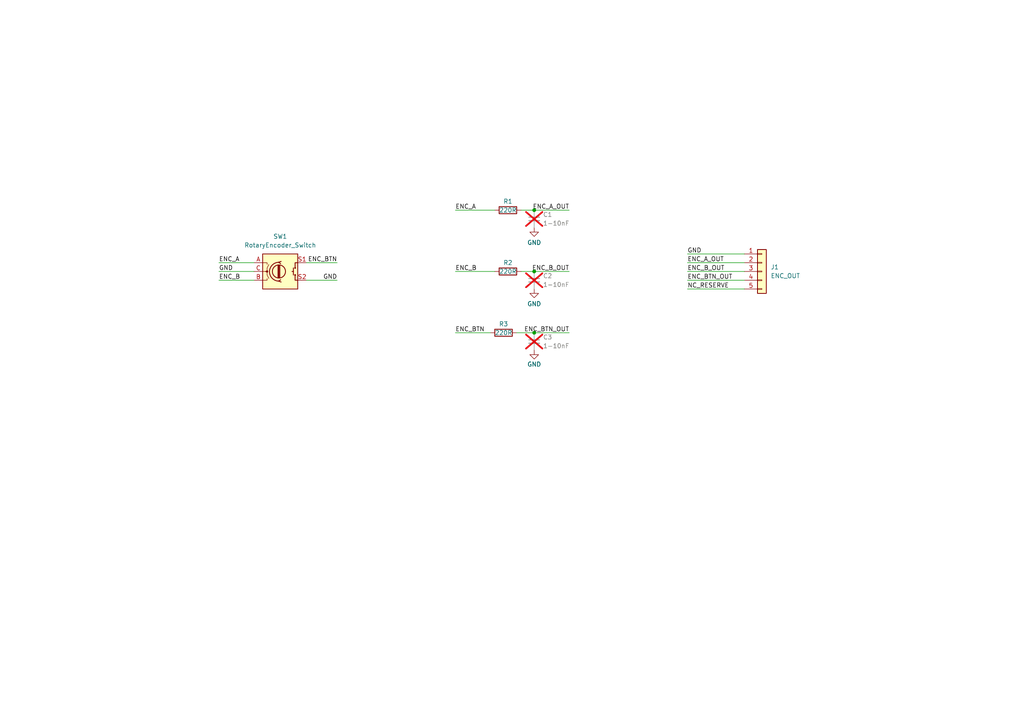
<source format=kicad_sch>
(kicad_sch (version 20250114) (generator "eeschema") (generator_version "9.0")
  (paper "A4")
  (lib_symbols
    (symbol "Connector_Generic:Conn_01x05" (pin_names (offset 1.016) (hide yes))
      (property "Reference" "J" (at 0 7.62 0))
      (property "Value" "Conn_01x05" (at 0 -7.62 0))
      (symbol "Conn_01x05_1_1"
        (rectangle (start -1.27 6.35) (end 1.27 -6.35) (stroke (width 0.254)) (fill (type background)))
        (rectangle (start -1.27 5.207) (end 0 4.953) (stroke (width 0.1524)))
        (rectangle (start -1.27 2.667) (end 0 2.413) (stroke (width 0.1524)))
        (rectangle (start -1.27 0.127) (end 0 -0.127) (stroke (width 0.1524)))
        (rectangle (start -1.27 -2.413) (end 0 -2.667) (stroke (width 0.1524)))
        (rectangle (start -1.27 -4.953) (end 0 -5.207) (stroke (width 0.1524)))
        (pin passive line (at -5.08 5.08 0) (length 3.81) (name "Pin_1") (number "1"))
        (pin passive line (at -5.08 2.54 0) (length 3.81) (name "Pin_2") (number "2"))
        (pin passive line (at -5.08 0 0) (length 3.81) (name "Pin_3") (number "3"))
        (pin passive line (at -5.08 -2.54 0) (length 3.81) (name "Pin_4") (number "4"))
        (pin passive line (at -5.08 -5.08 0) (length 3.81) (name "Pin_5") (number "5"))
      )
    )
    (symbol "Device:C_Small" (pin_numbers (hide yes)) (pin_names (offset 0.254) (hide yes))
      (property "Reference" "C" (at 0.254 1.778 0))
      (property "Value" "C_Small" (at 0.254 -2.032 0))
      (symbol "C_Small_0_1"
        (polyline (pts (xy -1.524 0.508) (xy 1.524 0.508)) (stroke (width 0.3048)))
        (polyline (pts (xy -1.524 -0.508) (xy 1.524 -0.508)) (stroke (width 0.3302)))
      )
      (symbol "C_Small_1_1"
        (pin passive line (at 0 2.54 270) (length 2.032) (name "~") (number "1"))
        (pin passive line (at 0 -2.54 90) (length 2.032) (name "~") (number "2"))
      )
    )
    (symbol "Device:R" (pin_numbers (hide yes)) (pin_names (offset 0))
      (property "Reference" "R" (at 2.032 0 90))
      (property "Value" "R" (at 0 0 90))
      (symbol "R_0_1"
        (rectangle (start -1.016 -2.54) (end 1.016 2.54) (stroke (width 0.254)))
      )
      (symbol "R_1_1"
        (pin passive line (at 0 3.81 270) (length 1.27) (name "~") (number "1"))
        (pin passive line (at 0 -3.81 90) (length 1.27) (name "~") (number "2"))
      )
    )
    (symbol "Device:RotaryEncoder_Switch" (pin_names (offset 0.254) (hide yes))
      (property "Reference" "SW" (at 0 6.604 0))
      (property "Value" "RotaryEncoder_Switch" (at 0 -6.604 0))
      (symbol "RotaryEncoder_Switch_0_1"
        (rectangle (start -5.08 5.08) (end 5.08 -5.08) (stroke (width 0.254)) (fill (type background)))
        (polyline (pts (xy -5.08 2.54) (xy -3.81 2.54) (xy -3.81 2.032)))
        (polyline (pts (xy -5.08 0) (xy -3.81 0) (xy -3.81 -1.016) (xy -3.302 -2.032)))
        (polyline (pts (xy -5.08 -2.54) (xy -3.81 -2.54) (xy -3.81 -2.032)))
        (polyline (pts (xy -4.318 0) (xy -3.81 0) (xy -3.81 1.016) (xy -3.302 2.032)))
        (circle (center -3.81 0) (radius 0.254) (fill (type outline)))
        (polyline (pts (xy -0.635 -1.778) (xy -0.635 1.778)) (stroke (width 0.254)))
        (circle (center -0.381 0) (radius 1.905) (stroke (width 0.254)))
        (polyline (pts (xy -0.381 -1.778) (xy -0.381 1.778)) (stroke (width 0.254)))
        (arc (start -0.381 -2.794) (mid -3.0988 -0.0635) (end -0.381 2.667) (stroke (width 0.254)))
        (polyline (pts (xy -0.127 1.778) (xy -0.127 -1.778)) (stroke (width 0.254)))
        (polyline (pts (xy 0.254 2.921) (xy -0.508 2.667) (xy 0.127 2.286)) (stroke (width 0.254)))
        (polyline (pts (xy 0.254 -3.048) (xy -0.508 -2.794) (xy 0.127 -2.413)) (stroke (width 0.254)))
        (polyline (pts (xy 3.81 1.016) (xy 3.81 -1.016)) (stroke (width 0.254)))
        (polyline (pts (xy 3.81 0) (xy 3.429 0)) (stroke (width 0.254)))
        (circle (center 4.318 1.016) (radius 0.127) (stroke (width 0.254)))
        (circle (center 4.318 -1.016) (radius 0.127) (stroke (width 0.254)))
        (polyline (pts (xy 5.08 2.54) (xy 4.318 2.54) (xy 4.318 1.016)) (stroke (width 0.254)))
        (polyline (pts (xy 5.08 -2.54) (xy 4.318 -2.54) (xy 4.318 -1.016)) (stroke (width 0.254)))
      )
      (symbol "RotaryEncoder_Switch_1_1"
        (pin passive line (at -7.62 2.54 0) (length 2.54) (name "A") (number "A"))
        (pin passive line (at -7.62 0 0) (length 2.54) (name "C") (number "C"))
        (pin passive line (at -7.62 -2.54 0) (length 2.54) (name "B") (number "B"))
        (pin passive line (at 7.62 2.54 180) (length 2.54) (name "S1") (number "S1"))
        (pin passive line (at 7.62 -2.54 180) (length 2.54) (name "S2") (number "S2"))
      )
    )
    (symbol "power:GND" (power) (pin_numbers (hide yes)) (pin_names (offset 0) (hide yes))
      (property "Value" "GND" (at 0 -3.81 0))
      (symbol "GND_0_1"
        (polyline (pts (xy 0 0) (xy 0 -1.27) (xy 1.27 -1.27) (xy 0 -2.54) (xy -1.27 -1.27) (xy 0 -1.27)))
      )
      (symbol "GND_1_1"
        (pin power_in line (at 0 0 270) (length 0) (name "~") (number "1"))
      )
    )
  )
  (junction (at 154.94 96.52))
  (junction (at 154.94 78.74))
  (junction (at 154.94 60.96))
  (wire (pts (xy 151.13 78.74) (xy 154.94 78.74)))
  (wire (pts (xy 154.94 60.96) (xy 165.1 60.96)))
  (wire (pts (xy 63.5 76.2) (xy 73.66 76.2)))
  (wire (pts (xy 199.39 73.66) (xy 215.9 73.66)))
  (wire (pts (xy 88.9 81.28) (xy 97.79 81.28)))
  (wire (pts (xy 88.9 76.2) (xy 97.79 76.2)))
  (wire (pts (xy 132.08 78.74) (xy 143.51 78.74)))
  (wire (pts (xy 199.39 78.74) (xy 215.9 78.74)))
  (wire (pts (xy 199.39 83.82) (xy 215.9 83.82)))
  (wire (pts (xy 63.5 78.74) (xy 73.66 78.74)))
  (wire (pts (xy 132.08 60.96) (xy 143.51 60.96)))
  (wire (pts (xy 151.13 60.96) (xy 154.94 60.96)))
  (wire (pts (xy 132.08 96.52) (xy 142.24 96.52)))
  (wire (pts (xy 149.86 96.52) (xy 154.94 96.52)))
  (wire (pts (xy 199.39 76.2) (xy 215.9 76.2)))
  (wire (pts (xy 63.5 81.28) (xy 73.66 81.28)))
  (wire (pts (xy 154.94 96.52) (xy 165.1 96.52)))
  (wire (pts (xy 199.39 81.28) (xy 215.9 81.28)))
  (wire (pts (xy 154.94 78.74) (xy 165.1 78.74)))
  (label "ENC_A_OUT" (at 199.39 76.2 0))
  (label "ENC_B_OUT" (at 199.39 78.74 0))
  (label "GND" (at 199.39 73.66 0))
  (label "ENC_BTN_OUT" (at 199.39 81.28 0))
  (label "NC_RESERVE" (at 199.39 83.82 0))
  (label "ENC_B" (at 132.08 78.74 0))
  (label "ENC_A" (at 132.08 60.96 0))
  (label "ENC_BTN" (at 132.08 96.52 0))
  (label "GND" (at 97.79 81.28 180))
  (label "ENC_BTN_OUT" (at 165.1 96.52 180))
  (label "ENC_B_OUT" (at 165.1 78.74 180))
  (label "ENC_A_OUT" (at 165.1 60.96 180))
  (label "ENC_B" (at 63.5 81.28 0))
  (label "ENC_A" (at 63.5 76.2 0))
  (label "ENC_BTN" (at 97.79 76.2 180))
  (label "GND" (at 63.5 78.74 0))
  (symbol (lib_id "Connector_Generic:Conn_01x05") (at 220.98 78.74 0) (unit 1)
    (property "Reference" "J1" (at 223.52 77.4699 0) (effects (justify left)))
    (property "Value" "ENC_OUT" (at 223.52 80.0099 0) (effects (justify left)))
    (property "Description" "Generic connector, single row, 01x05, script generated (kicad-library-utils/schlib/autogen/connector/)" (effects (hide yes)))
  )
  (symbol (lib_id "Device:R") (at 147.32 78.74 90) (unit 1)
    (property "Reference" "R2" (at 147.32 76.2 90))
    (property "Value" "220R" (at 147.32 78.74 90))
    (property "Description" "Resistor" (effects (hide yes)))
  )
  (symbol (lib_id "power:GND") (at 154.94 66.04 0) (unit 1)
    (property "Reference" "#PWR03" (effects (hide yes)))
    (property "Value" "GND" (at 154.94 70.358 0))
    (property "Description" "Power symbol creates a global label with name \"GND\" , ground" (effects (hide yes)))
  )
  (symbol (lib_id "power:GND") (at 154.94 83.82 0) (unit 1)
    (property "Reference" "#PWR02" (effects (hide yes)))
    (property "Value" "GND" (at 154.94 88.138 0))
    (property "Description" "Power symbol creates a global label with name \"GND\" , ground" (effects (hide yes)))
  )
  (symbol (lib_id "Device:R") (at 147.32 60.96 90) (unit 1)
    (property "Reference" "R1" (at 147.32 58.42 90))
    (property "Value" "220R" (at 147.32 60.96 90))
    (property "Description" "Resistor" (effects (hide yes)))
  )
  (symbol (lib_id "Device:R") (at 146.05 96.52 90) (unit 1)
    (property "Reference" "R3" (at 146.05 93.98 90))
    (property "Value" "220R" (at 146.05 96.52 90))
    (property "Description" "Resistor" (effects (hide yes)))
  )
  (symbol (lib_id "Device:RotaryEncoder_Switch") (at 81.28 78.74 0) (unit 1)
    (property "Reference" "SW1" (at 81.28 68.58 0))
    (property "Value" "RotaryEncoder_Switch" (at 81.28 71.12 0))
    (property "Description" "Rotary encoder, dual channel, incremental quadrate outputs, with switch" (effects (hide yes)))
  )
  (symbol (lib_id "Device:C_Small") (at 154.94 99.06 0) (unit 1) (dnp yes)
    (property "Reference" "C3" (at 157.48 97.7962 0) (effects (justify left)))
    (property "Value" "1-10nF" (at 157.48 100.3362 0) (effects (justify left)))
    (property "Footprint" "Capacitor_SMD:C_0603_1608Metric" (effects (hide yes)))
    (property "Description" "Unpolarized capacitor, small symbol" (effects (hide yes)))
  )
  (symbol (lib_id "Device:C_Small") (at 154.94 81.28 0) (unit 1) (dnp yes)
    (property "Reference" "C2" (at 157.48 80.0162 0) (effects (justify left)))
    (property "Value" "1-10nF" (at 157.48 82.5562 0) (effects (justify left)))
    (property "Footprint" "Capacitor_SMD:C_0603_1608Metric" (effects (hide yes)))
    (property "Description" "Unpolarized capacitor, small symbol" (effects (hide yes)))
  )
  (symbol (lib_id "power:GND") (at 154.94 101.6 0) (unit 1)
    (property "Reference" "#PWR01" (effects (hide yes)))
    (property "Value" "GND" (at 154.94 105.664 0))
    (property "Description" "Power symbol creates a global label with name \"GND\" , ground" (effects (hide yes)))
  )
  (symbol (lib_id "Device:C_Small") (at 154.94 63.5 0) (unit 1) (dnp yes)
    (property "Reference" "C1" (at 157.48 62.2362 0) (effects (justify left)))
    (property "Value" "1-10nF" (at 157.48 64.7762 0) (effects (justify left)))
    (property "Footprint" "Capacitor_SMD:C_0603_1608Metric" (effects (hide yes)))
    (property "Description" "Unpolarized capacitor, small symbol" (effects (hide yes)))
  )
)
</source>
